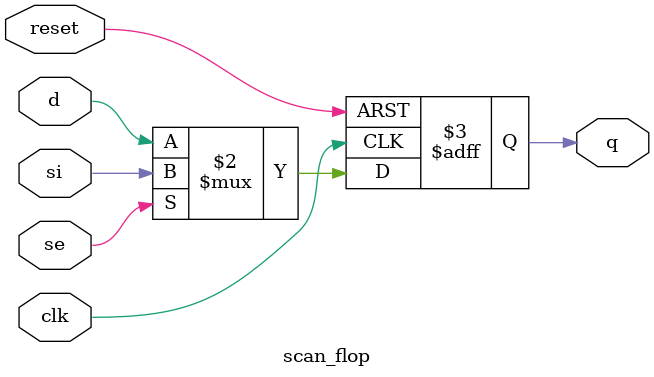
<source format=sv>
module scan_flop(d,si,se,clk,reset,q);
  output reg q;
  input d,clk,reset,si,se;
  
  always@(posedge clk, posedge reset)
    begin
      if(reset) begin
          q=1'b0;
        end
      else begin
          q= se?si:d ;
        end
    end
endmodule
</source>
